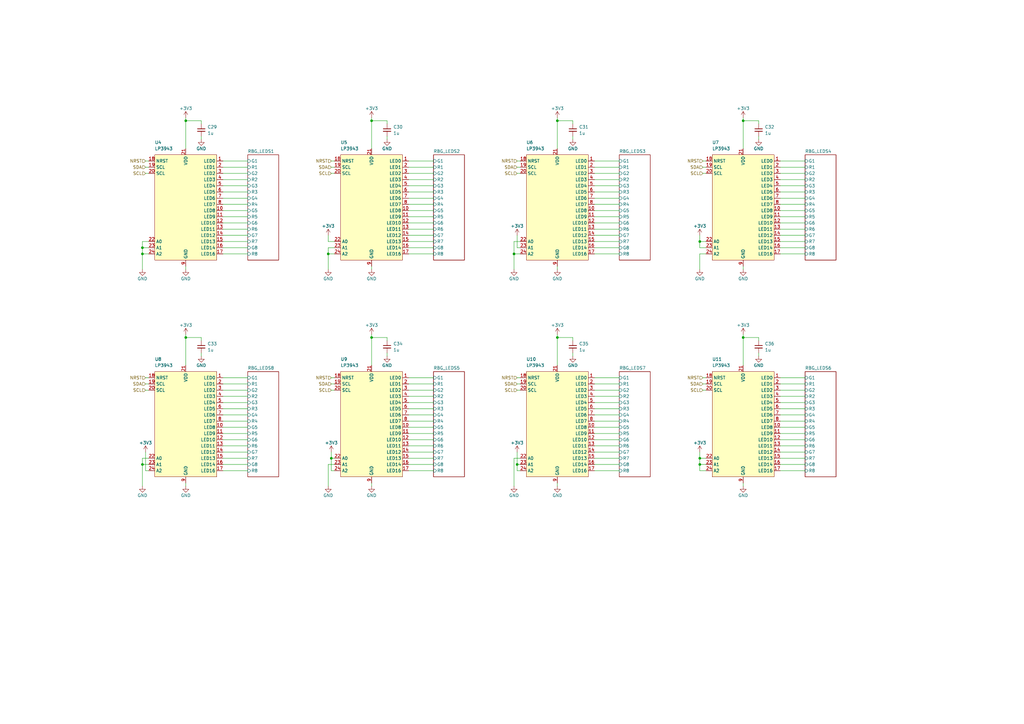
<source format=kicad_sch>
(kicad_sch (version 20230121) (generator eeschema)
  (paper "A3")
  (lib_symbols
    (symbol "Device:C_Small" (pin_numbers hide) (pin_names (offset 0.254) hide)
      (property "Reference" "C" (at 0.254 1.778 0))
      (property "Value" "C_Small" (at 0.254 -2.032 0))
      (symbol "C_Small_0_1"
        (polyline (pts (xy -1.524 -0.508) (xy 1.524 -0.508)) (stroke (width 0.3302)))
        (polyline (pts (xy -1.524 0.508) (xy 1.524 0.508)) (stroke (width 0.3048)))
      )
      (symbol "C_Small_1_1"
        (pin passive line (at 0 2.54 270) (length 2.032) (name "~") (number "1"))
        (pin passive line (at 0 -2.54 90) (length 2.032) (name "~") (number "2"))
      )
    )
    (symbol "Devices:LP3943"
      (property "Reference" "U" (at -8.89 3.81 0))
      (property "Value" "LP3943" (at -8.89 1.27 0))
      (symbol "LP3943_1_1"
        (rectangle (start -12.7 0) (end 12.7 -43.18) (fill (type background)))
        (pin output line (at 15.24 -2.54 180) (length 2.54) (name "LED0") (number "1"))
        (pin output line (at 15.24 -22.86 180) (length 2.54) (name "LED8") (number "10"))
        (pin output line (at 15.24 -25.4 180) (length 2.54) (name "LED9") (number "11"))
        (pin output line (at 15.24 -27.94 180) (length 2.54) (name "LED10") (number "12"))
        (pin output line (at 15.24 -30.48 180) (length 2.54) (name "LED11") (number "13"))
        (pin output line (at 15.24 -33.02 180) (length 2.54) (name "LED12") (number "14"))
        (pin output line (at 15.24 -35.56 180) (length 2.54) (name "LED13") (number "15"))
        (pin output line (at 15.24 -38.1 180) (length 2.54) (name "LED14") (number "16"))
        (pin output line (at 15.24 -40.64 180) (length 2.54) (name "LED16") (number "17"))
        (pin input line (at -15.24 -2.54 0) (length 2.54) (name "NRST") (number "18"))
        (pin input line (at -15.24 -5.08 0) (length 2.54) (name "SCL") (number "19"))
        (pin output line (at 15.24 -5.08 180) (length 2.54) (name "LED1") (number "2"))
        (pin bidirectional line (at -15.24 -7.62 0) (length 2.54) (name "SCL") (number "20"))
        (pin power_in line (at 0 2.54 270) (length 2.54) (name "VDD") (number "21"))
        (pin input line (at -15.24 -35.56 0) (length 2.54) (name "A0") (number "22"))
        (pin input line (at -15.24 -38.1 0) (length 2.54) (name "A1") (number "23"))
        (pin input line (at -15.24 -40.64 0) (length 2.54) (name "A2") (number "24"))
        (pin power_in line (at 0 -45.72 90) (length 2.54) hide (name "GND") (number "25"))
        (pin output line (at 15.24 -7.62 180) (length 2.54) (name "LED2") (number "3"))
        (pin output line (at 15.24 -10.16 180) (length 2.54) (name "LED3") (number "4"))
        (pin output line (at 15.24 -12.7 180) (length 2.54) (name "LED4") (number "5"))
        (pin output line (at 15.24 -15.24 180) (length 2.54) (name "LED5") (number "6"))
        (pin output line (at 15.24 -17.78 180) (length 2.54) (name "LED6") (number "7"))
        (pin output line (at 15.24 -20.32 180) (length 2.54) (name "LED7") (number "8"))
        (pin power_in line (at 0 -45.72 90) (length 2.54) (name "GND") (number "9"))
      )
    )
    (symbol "power:+3V3" (power) (pin_names (offset 0))
      (property "Value" "+3V3" (at 0 3.556 0))
      (symbol "+3V3_0_1"
        (polyline (pts (xy -0.762 1.27) (xy 0 2.54)))
        (polyline (pts (xy 0 0) (xy 0 2.54)))
        (polyline (pts (xy 0 2.54) (xy 0.762 1.27)))
      )
      (symbol "+3V3_1_1"
        (pin power_in line (at 0 0 90) (length 0) hide (name "+3V3") (number "1"))
      )
    )
    (symbol "power:GND" (power) (pin_names (offset 0))
      (property "Value" "GND" (at 0 -3.81 0))
      (symbol "GND_0_1"
        (polyline (pts (xy 0 0) (xy 0 -1.27) (xy 1.27 -1.27) (xy 0 -2.54) (xy -1.27 -1.27) (xy 0 -1.27)))
      )
      (symbol "GND_1_1"
        (pin power_in line (at 0 0 270) (length 0) hide (name "GND") (number "1"))
      )
    )
  )
  (junction (at 304.8 49.53))
  (junction (at 210.82 104.14))
  (junction (at 212.09 190.5))
  (junction (at 152.4 49.53))
  (junction (at 58.42 190.5))
  (junction (at 76.2 49.53))
  (junction (at 287.02 99.06))
  (junction (at 135.89 187.96))
  (junction (at 58.42 101.6))
  (junction (at 134.62 104.14))
  (junction (at 228.6 138.43))
  (junction (at 228.6 49.53))
  (junction (at 76.2 138.43))
  (junction (at 287.02 187.96))
  (junction (at 58.42 104.14))
  (junction (at 304.8 138.43))
  (junction (at 152.4 138.43))
  (junction (at 287.02 190.5))
  (wire (pts (xy 304.8 199.39) (xy 304.8 198.12)))
  (wire (pts (xy 152.4 137.16) (xy 152.4 138.43)))
  (wire (pts (xy 311.15 144.78) (xy 311.15 146.05)))
  (wire (pts (xy 158.75 144.78) (xy 158.75 146.05)))
  (wire (pts (xy 287.02 99.06) (xy 287.02 101.6)))
  (wire (pts (xy 91.44 180.34) (xy 101.6 180.34)))
  (wire (pts (xy 58.42 190.5) (xy 60.96 190.5)))
  (wire (pts (xy 167.64 86.36) (xy 177.8 86.36)))
  (wire (pts (xy 76.2 138.43) (xy 76.2 149.86)))
  (wire (pts (xy 210.82 99.06) (xy 213.36 99.06)))
  (wire (pts (xy 167.64 88.9) (xy 177.8 88.9)))
  (wire (pts (xy 320.04 83.82) (xy 330.2 83.82)))
  (wire (pts (xy 243.84 86.36) (xy 254 86.36)))
  (wire (pts (xy 320.04 96.52) (xy 330.2 96.52)))
  (wire (pts (xy 320.04 66.04) (xy 330.2 66.04)))
  (wire (pts (xy 311.15 49.53) (xy 304.8 49.53)))
  (wire (pts (xy 311.15 138.43) (xy 311.15 139.7)))
  (wire (pts (xy 210.82 104.14) (xy 213.36 104.14)))
  (wire (pts (xy 167.64 96.52) (xy 177.8 96.52)))
  (wire (pts (xy 320.04 76.2) (xy 330.2 76.2)))
  (wire (pts (xy 243.84 71.12) (xy 254 71.12)))
  (wire (pts (xy 287.02 190.5) (xy 289.56 190.5)))
  (wire (pts (xy 228.6 110.49) (xy 228.6 109.22)))
  (wire (pts (xy 167.64 78.74) (xy 177.8 78.74)))
  (wire (pts (xy 58.42 99.06) (xy 60.96 99.06)))
  (wire (pts (xy 91.44 154.94) (xy 101.6 154.94)))
  (wire (pts (xy 82.55 144.78) (xy 82.55 146.05)))
  (wire (pts (xy 304.8 110.49) (xy 304.8 109.22)))
  (wire (pts (xy 167.64 71.12) (xy 177.8 71.12)))
  (wire (pts (xy 243.84 78.74) (xy 254 78.74)))
  (wire (pts (xy 91.44 187.96) (xy 101.6 187.96)))
  (wire (pts (xy 152.4 199.39) (xy 152.4 198.12)))
  (wire (pts (xy 91.44 167.64) (xy 101.6 167.64)))
  (wire (pts (xy 320.04 185.42) (xy 330.2 185.42)))
  (wire (pts (xy 58.42 101.6) (xy 58.42 104.14)))
  (wire (pts (xy 167.64 91.44) (xy 177.8 91.44)))
  (wire (pts (xy 287.02 99.06) (xy 289.56 99.06)))
  (wire (pts (xy 135.89 71.12) (xy 137.16 71.12)))
  (wire (pts (xy 288.29 154.94) (xy 289.56 154.94)))
  (wire (pts (xy 320.04 180.34) (xy 330.2 180.34)))
  (wire (pts (xy 91.44 73.66) (xy 101.6 73.66)))
  (wire (pts (xy 167.64 175.26) (xy 177.8 175.26)))
  (wire (pts (xy 320.04 91.44) (xy 330.2 91.44)))
  (wire (pts (xy 91.44 157.48) (xy 101.6 157.48)))
  (wire (pts (xy 91.44 170.18) (xy 101.6 170.18)))
  (wire (pts (xy 287.02 104.14) (xy 289.56 104.14)))
  (wire (pts (xy 243.84 154.94) (xy 254 154.94)))
  (wire (pts (xy 167.64 76.2) (xy 177.8 76.2)))
  (wire (pts (xy 137.16 190.5) (xy 134.62 190.5)))
  (wire (pts (xy 59.69 71.12) (xy 60.96 71.12)))
  (wire (pts (xy 58.42 190.5) (xy 58.42 199.39)))
  (wire (pts (xy 243.84 76.2) (xy 254 76.2)))
  (wire (pts (xy 213.36 193.04) (xy 212.09 193.04)))
  (wire (pts (xy 320.04 71.12) (xy 330.2 71.12)))
  (wire (pts (xy 167.64 187.96) (xy 177.8 187.96)))
  (wire (pts (xy 91.44 172.72) (xy 101.6 172.72)))
  (wire (pts (xy 234.95 49.53) (xy 234.95 50.8)))
  (wire (pts (xy 210.82 187.96) (xy 213.36 187.96)))
  (wire (pts (xy 228.6 137.16) (xy 228.6 138.43)))
  (wire (pts (xy 58.42 187.96) (xy 60.96 187.96)))
  (wire (pts (xy 311.15 55.88) (xy 311.15 57.15)))
  (wire (pts (xy 287.02 187.96) (xy 289.56 187.96)))
  (wire (pts (xy 167.64 83.82) (xy 177.8 83.82)))
  (wire (pts (xy 289.56 193.04) (xy 287.02 193.04)))
  (wire (pts (xy 320.04 187.96) (xy 330.2 187.96)))
  (wire (pts (xy 91.44 81.28) (xy 101.6 81.28)))
  (wire (pts (xy 91.44 96.52) (xy 101.6 96.52)))
  (wire (pts (xy 158.75 49.53) (xy 158.75 50.8)))
  (wire (pts (xy 158.75 49.53) (xy 152.4 49.53)))
  (wire (pts (xy 287.02 187.96) (xy 287.02 190.5)))
  (wire (pts (xy 243.84 182.88) (xy 254 182.88)))
  (wire (pts (xy 320.04 172.72) (xy 330.2 172.72)))
  (wire (pts (xy 76.2 137.16) (xy 76.2 138.43)))
  (wire (pts (xy 243.84 187.96) (xy 254 187.96)))
  (wire (pts (xy 135.89 185.42) (xy 135.89 187.96)))
  (wire (pts (xy 243.84 68.58) (xy 254 68.58)))
  (wire (pts (xy 91.44 83.82) (xy 101.6 83.82)))
  (wire (pts (xy 243.84 93.98) (xy 254 93.98)))
  (wire (pts (xy 167.64 101.6) (xy 177.8 101.6)))
  (wire (pts (xy 76.2 48.26) (xy 76.2 49.53)))
  (wire (pts (xy 243.84 190.5) (xy 254 190.5)))
  (wire (pts (xy 234.95 49.53) (xy 228.6 49.53)))
  (wire (pts (xy 91.44 68.58) (xy 101.6 68.58)))
  (wire (pts (xy 320.04 167.64) (xy 330.2 167.64)))
  (wire (pts (xy 58.42 99.06) (xy 58.42 101.6)))
  (wire (pts (xy 91.44 93.98) (xy 101.6 93.98)))
  (wire (pts (xy 152.4 138.43) (xy 152.4 149.86)))
  (wire (pts (xy 91.44 78.74) (xy 101.6 78.74)))
  (wire (pts (xy 167.64 193.04) (xy 177.8 193.04)))
  (wire (pts (xy 228.6 48.26) (xy 228.6 49.53)))
  (wire (pts (xy 234.95 138.43) (xy 228.6 138.43)))
  (wire (pts (xy 59.69 66.04) (xy 60.96 66.04)))
  (wire (pts (xy 76.2 199.39) (xy 76.2 198.12)))
  (wire (pts (xy 243.84 167.64) (xy 254 167.64)))
  (wire (pts (xy 91.44 76.2) (xy 101.6 76.2)))
  (wire (pts (xy 82.55 49.53) (xy 82.55 50.8)))
  (wire (pts (xy 228.6 199.39) (xy 228.6 198.12)))
  (wire (pts (xy 304.8 49.53) (xy 304.8 60.96)))
  (wire (pts (xy 243.84 66.04) (xy 254 66.04)))
  (wire (pts (xy 243.84 157.48) (xy 254 157.48)))
  (wire (pts (xy 212.09 157.48) (xy 213.36 157.48)))
  (wire (pts (xy 137.16 101.6) (xy 134.62 101.6)))
  (wire (pts (xy 167.64 104.14) (xy 177.8 104.14)))
  (wire (pts (xy 243.84 165.1) (xy 254 165.1)))
  (wire (pts (xy 212.09 71.12) (xy 213.36 71.12)))
  (wire (pts (xy 167.64 170.18) (xy 177.8 170.18)))
  (wire (pts (xy 167.64 180.34) (xy 177.8 180.34)))
  (wire (pts (xy 59.69 154.94) (xy 60.96 154.94)))
  (wire (pts (xy 137.16 193.04) (xy 135.89 193.04)))
  (wire (pts (xy 210.82 187.96) (xy 210.82 199.39)))
  (wire (pts (xy 91.44 185.42) (xy 101.6 185.42)))
  (wire (pts (xy 320.04 154.94) (xy 330.2 154.94)))
  (wire (pts (xy 134.62 190.5) (xy 134.62 199.39)))
  (wire (pts (xy 82.55 49.53) (xy 76.2 49.53)))
  (wire (pts (xy 212.09 190.5) (xy 213.36 190.5)))
  (wire (pts (xy 167.64 185.42) (xy 177.8 185.42)))
  (wire (pts (xy 91.44 104.14) (xy 101.6 104.14)))
  (wire (pts (xy 320.04 104.14) (xy 330.2 104.14)))
  (wire (pts (xy 134.62 101.6) (xy 134.62 104.14)))
  (wire (pts (xy 82.55 138.43) (xy 82.55 139.7)))
  (wire (pts (xy 287.02 96.52) (xy 287.02 99.06)))
  (wire (pts (xy 228.6 138.43) (xy 228.6 149.86)))
  (wire (pts (xy 243.84 96.52) (xy 254 96.52)))
  (wire (pts (xy 59.69 68.58) (xy 60.96 68.58)))
  (wire (pts (xy 91.44 177.8) (xy 101.6 177.8)))
  (wire (pts (xy 234.95 138.43) (xy 234.95 139.7)))
  (wire (pts (xy 91.44 175.26) (xy 101.6 175.26)))
  (wire (pts (xy 320.04 170.18) (xy 330.2 170.18)))
  (wire (pts (xy 135.89 157.48) (xy 137.16 157.48)))
  (wire (pts (xy 134.62 96.52) (xy 134.62 99.06)))
  (wire (pts (xy 212.09 154.94) (xy 213.36 154.94)))
  (wire (pts (xy 234.95 144.78) (xy 234.95 146.05)))
  (wire (pts (xy 91.44 190.5) (xy 101.6 190.5)))
  (wire (pts (xy 58.42 187.96) (xy 58.42 190.5)))
  (wire (pts (xy 320.04 73.66) (xy 330.2 73.66)))
  (wire (pts (xy 152.4 48.26) (xy 152.4 49.53)))
  (wire (pts (xy 243.84 104.14) (xy 254 104.14)))
  (wire (pts (xy 243.84 172.72) (xy 254 172.72)))
  (wire (pts (xy 243.84 175.26) (xy 254 175.26)))
  (wire (pts (xy 167.64 177.8) (xy 177.8 177.8)))
  (wire (pts (xy 152.4 49.53) (xy 152.4 60.96)))
  (wire (pts (xy 228.6 49.53) (xy 228.6 60.96)))
  (wire (pts (xy 91.44 165.1) (xy 101.6 165.1)))
  (wire (pts (xy 167.64 172.72) (xy 177.8 172.72)))
  (wire (pts (xy 60.96 193.04) (xy 59.69 193.04)))
  (wire (pts (xy 212.09 68.58) (xy 213.36 68.58)))
  (wire (pts (xy 287.02 190.5) (xy 287.02 193.04)))
  (wire (pts (xy 58.42 104.14) (xy 60.96 104.14)))
  (wire (pts (xy 320.04 165.1) (xy 330.2 165.1)))
  (wire (pts (xy 212.09 66.04) (xy 213.36 66.04)))
  (wire (pts (xy 288.29 66.04) (xy 289.56 66.04)))
  (wire (pts (xy 243.84 160.02) (xy 254 160.02)))
  (wire (pts (xy 212.09 160.02) (xy 213.36 160.02)))
  (wire (pts (xy 82.55 55.88) (xy 82.55 57.15)))
  (wire (pts (xy 158.75 138.43) (xy 158.75 139.7)))
  (wire (pts (xy 320.04 78.74) (xy 330.2 78.74)))
  (wire (pts (xy 287.02 101.6) (xy 289.56 101.6)))
  (wire (pts (xy 135.89 66.04) (xy 137.16 66.04)))
  (wire (pts (xy 288.29 68.58) (xy 289.56 68.58)))
  (wire (pts (xy 243.84 193.04) (xy 254 193.04)))
  (wire (pts (xy 167.64 99.06) (xy 177.8 99.06)))
  (wire (pts (xy 320.04 88.9) (xy 330.2 88.9)))
  (wire (pts (xy 304.8 138.43) (xy 304.8 149.86)))
  (wire (pts (xy 210.82 99.06) (xy 210.82 104.14)))
  (wire (pts (xy 135.89 154.94) (xy 137.16 154.94)))
  (wire (pts (xy 288.29 160.02) (xy 289.56 160.02)))
  (wire (pts (xy 320.04 182.88) (xy 330.2 182.88)))
  (wire (pts (xy 212.09 185.42) (xy 212.09 190.5)))
  (wire (pts (xy 320.04 81.28) (xy 330.2 81.28)))
  (wire (pts (xy 167.64 167.64) (xy 177.8 167.64)))
  (wire (pts (xy 243.84 162.56) (xy 254 162.56)))
  (wire (pts (xy 167.64 157.48) (xy 177.8 157.48)))
  (wire (pts (xy 91.44 193.04) (xy 101.6 193.04)))
  (wire (pts (xy 243.84 101.6) (xy 254 101.6)))
  (wire (pts (xy 167.64 160.02) (xy 177.8 160.02)))
  (wire (pts (xy 135.89 68.58) (xy 137.16 68.58)))
  (wire (pts (xy 320.04 99.06) (xy 330.2 99.06)))
  (wire (pts (xy 76.2 110.49) (xy 76.2 109.22)))
  (wire (pts (xy 320.04 175.26) (xy 330.2 175.26)))
  (wire (pts (xy 167.64 190.5) (xy 177.8 190.5)))
  (wire (pts (xy 167.64 165.1) (xy 177.8 165.1)))
  (wire (pts (xy 134.62 104.14) (xy 134.62 110.49)))
  (wire (pts (xy 158.75 138.43) (xy 152.4 138.43)))
  (wire (pts (xy 320.04 190.5) (xy 330.2 190.5)))
  (wire (pts (xy 234.95 55.88) (xy 234.95 57.15)))
  (wire (pts (xy 311.15 138.43) (xy 304.8 138.43)))
  (wire (pts (xy 243.84 180.34) (xy 254 180.34)))
  (wire (pts (xy 320.04 101.6) (xy 330.2 101.6)))
  (wire (pts (xy 58.42 104.14) (xy 58.42 110.49)))
  (wire (pts (xy 135.89 160.02) (xy 137.16 160.02)))
  (wire (pts (xy 59.69 160.02) (xy 60.96 160.02)))
  (wire (pts (xy 58.42 101.6) (xy 60.96 101.6)))
  (wire (pts (xy 91.44 91.44) (xy 101.6 91.44)))
  (wire (pts (xy 167.64 66.04) (xy 177.8 66.04)))
  (wire (pts (xy 311.15 49.53) (xy 311.15 50.8)))
  (wire (pts (xy 243.84 83.82) (xy 254 83.82)))
  (wire (pts (xy 167.64 81.28) (xy 177.8 81.28)))
  (wire (pts (xy 320.04 68.58) (xy 330.2 68.58)))
  (wire (pts (xy 91.44 86.36) (xy 101.6 86.36)))
  (wire (pts (xy 91.44 182.88) (xy 101.6 182.88)))
  (wire (pts (xy 243.84 177.8) (xy 254 177.8)))
  (wire (pts (xy 320.04 93.98) (xy 330.2 93.98)))
  (wire (pts (xy 167.64 154.94) (xy 177.8 154.94)))
  (wire (pts (xy 320.04 193.04) (xy 330.2 193.04)))
  (wire (pts (xy 287.02 104.14) (xy 287.02 110.49)))
  (wire (pts (xy 243.84 170.18) (xy 254 170.18)))
  (wire (pts (xy 212.09 101.6) (xy 213.36 101.6)))
  (wire (pts (xy 243.84 185.42) (xy 254 185.42)))
  (wire (pts (xy 91.44 101.6) (xy 101.6 101.6)))
  (wire (pts (xy 212.09 96.52) (xy 212.09 101.6)))
  (wire (pts (xy 91.44 162.56) (xy 101.6 162.56)))
  (wire (pts (xy 91.44 71.12) (xy 101.6 71.12)))
  (wire (pts (xy 320.04 162.56) (xy 330.2 162.56)))
  (wire (pts (xy 135.89 187.96) (xy 135.89 193.04)))
  (wire (pts (xy 288.29 157.48) (xy 289.56 157.48)))
  (wire (pts (xy 212.09 190.5) (xy 212.09 193.04)))
  (wire (pts (xy 167.64 68.58) (xy 177.8 68.58)))
  (wire (pts (xy 91.44 88.9) (xy 101.6 88.9)))
  (wire (pts (xy 167.64 182.88) (xy 177.8 182.88)))
  (wire (pts (xy 243.84 91.44) (xy 254 91.44)))
  (wire (pts (xy 320.04 160.02) (xy 330.2 160.02)))
  (wire (pts (xy 152.4 110.49) (xy 152.4 109.22)))
  (wire (pts (xy 137.16 99.06) (xy 134.62 99.06)))
  (wire (pts (xy 59.69 185.42) (xy 59.69 193.04)))
  (wire (pts (xy 59.69 157.48) (xy 60.96 157.48)))
  (wire (pts (xy 243.84 81.28) (xy 254 81.28)))
  (wire (pts (xy 134.62 104.14) (xy 137.16 104.14)))
  (wire (pts (xy 167.64 162.56) (xy 177.8 162.56)))
  (wire (pts (xy 304.8 137.16) (xy 304.8 138.43)))
  (wire (pts (xy 91.44 99.06) (xy 101.6 99.06)))
  (wire (pts (xy 91.44 66.04) (xy 101.6 66.04)))
  (wire (pts (xy 167.64 93.98) (xy 177.8 93.98)))
  (wire (pts (xy 91.44 160.02) (xy 101.6 160.02)))
  (wire (pts (xy 243.84 99.06) (xy 254 99.06)))
  (wire (pts (xy 76.2 49.53) (xy 76.2 60.96)))
  (wire (pts (xy 137.16 187.96) (xy 135.89 187.96)))
  (wire (pts (xy 304.8 48.26) (xy 304.8 49.53)))
  (wire (pts (xy 320.04 157.48) (xy 330.2 157.48)))
  (wire (pts (xy 320.04 86.36) (xy 330.2 86.36)))
  (wire (pts (xy 288.29 71.12) (xy 289.56 71.12)))
  (wire (pts (xy 82.55 138.43) (xy 76.2 138.43)))
  (wire (pts (xy 158.75 55.88) (xy 158.75 57.15)))
  (wire (pts (xy 210.82 104.14) (xy 210.82 110.49)))
  (wire (pts (xy 167.64 73.66) (xy 177.8 73.66)))
  (wire (pts (xy 243.84 88.9) (xy 254 88.9)))
  (wire (pts (xy 287.02 185.42) (xy 287.02 187.96)))
  (wire (pts (xy 320.04 177.8) (xy 330.2 177.8)))
  (wire (pts (xy 243.84 73.66) (xy 254 73.66)))
  (hierarchical_label "NRST" (shape input) (at 59.69 154.94 180))
  (hierarchical_label "NRST" (shape input) (at 212.09 154.94 180))
  (hierarchical_label "NRST" (shape input) (at 59.69 66.04 180))
  (hierarchical_label "SCL" (shape input) (at 59.69 71.12 180))
  (hierarchical_label "NRST" (shape input) (at 288.29 66.04 180))
  (hierarchical_label "SCL" (shape input) (at 288.29 160.02 180))
  (hierarchical_label "NRST" (shape input) (at 212.09 66.04 180))
  (hierarchical_label "SCL" (shape input) (at 212.09 71.12 180))
  (hierarchical_label "NRST" (shape input) (at 135.89 154.94 180))
  (hierarchical_label "SCL" (shape input) (at 135.89 160.02 180))
  (hierarchical_label "SDA" (shape input) (at 59.69 157.48 180))
  (hierarchical_label "SDA" (shape input) (at 135.89 157.48 180))
  (hierarchical_label "SCL" (shape input) (at 59.69 160.02 180))
  (hierarchical_label "NRST" (shape input) (at 135.89 66.04 180))
  (hierarchical_label "SDA" (shape input) (at 288.29 68.58 180))
  (hierarchical_label "SDA" (shape input) (at 135.89 68.58 180))
  (hierarchical_label "SCL" (shape input) (at 135.89 71.12 180))
  (hierarchical_label "SDA" (shape input) (at 212.09 68.58 180))
  (hierarchical_label "SDA" (shape input) (at 212.09 157.48 180))
  (hierarchical_label "SCL" (shape input) (at 288.29 71.12 180))
  (hierarchical_label "SDA" (shape input) (at 59.69 68.58 180))
  (hierarchical_label "SCL" (shape input) (at 212.09 160.02 180))
  (hierarchical_label "SDA" (shape input) (at 288.29 157.48 180))
  (hierarchical_label "NRST" (shape input) (at 288.29 154.94 180))
  (symbol (lib_id "power:GND") (at 82.55 57.15 0) (unit 1)
    (property "Reference" "#PWR098" (effects hide))
    (property "Value" "GND" (at 82.55 60.96 0))
  )
  (symbol (lib_id "power:+3V3") (at 135.89 185.42 0) (unit 1)
    (property "Reference" "#PWR0122" (effects hide))
    (property "Value" "+3V3" (at 135.89 181.61 0))
  )
  (symbol (lib_id "Devices:LP3943") (at 76.2 152.4 0) (unit 1)
    (property "Reference" "U8" (at 63.5 147.32 0) (effects (justify left)))
    (property "Value" "LP3943" (at 63.5 149.86 0) (effects (justify left)))
    (property "Footprint" "Package_DFN_QFN:WQFN-24-1EP_4x4mm_P0.5mm_EP2.45x2.45mm_ThermalVias" (effects hide))
    (property "Datasheet" "https://www.ti.com/lit/ds/symlink/lp3943.pdf?ts=1722292009013" (effects hide))
  )
  (symbol (lib_id "power:GND") (at 134.62 110.49 0) (unit 1)
    (property "Reference" "#PWR0107" (effects hide))
    (property "Value" "GND" (at 134.62 114.3 0))
  )
  (symbol (lib_id "Devices:LP3943") (at 76.2 63.5 0) (unit 1)
    (property "Reference" "U4" (at 63.5 58.42 0) (effects (justify left)))
    (property "Value" "LP3943" (at 63.5 60.96 0) (effects (justify left)))
    (property "Footprint" "Package_DFN_QFN:WQFN-24-1EP_4x4mm_P0.5mm_EP2.45x2.45mm_ThermalVias" (effects hide))
    (property "Datasheet" "https://www.ti.com/lit/ds/symlink/lp3943.pdf?ts=1722292009013" (effects hide))
  )
  (symbol (lib_id "Device:C_Small") (at 234.95 53.34 0) (unit 1)
    (property "Reference" "C31" (at 237.49 52.0763 0) (effects (justify left)))
    (property "Value" "1u" (at 237.49 54.6163 0) (effects (justify left)))
    (property "Footprint" "Capacitor_SMD:C_1206_3216Metric_Pad1.33x1.80mm_HandSolder" (effects hide))
  )
  (symbol (lib_id "power:GND") (at 152.4 110.49 0) (unit 1)
    (property "Reference" "#PWR0108" (effects hide))
    (property "Value" "GND" (at 152.4 114.3 0))
  )
  (symbol (lib_id "Devices:LP3943") (at 304.8 63.5 0) (unit 1)
    (property "Reference" "U7" (at 292.1 58.42 0) (effects (justify left)))
    (property "Value" "LP3943" (at 292.1 60.96 0) (effects (justify left)))
    (property "Footprint" "Package_DFN_QFN:WQFN-24-1EP_4x4mm_P0.5mm_EP2.45x2.45mm_ThermalVias" (effects hide))
    (property "Datasheet" "https://www.ti.com/lit/ds/symlink/lp3943.pdf?ts=1722292009013" (effects hide))
  )
  (symbol (lib_id "power:+3V3") (at 287.02 185.42 0) (unit 1)
    (property "Reference" "#PWR0124" (effects hide))
    (property "Value" "+3V3" (at 287.02 181.61 0))
  )
  (symbol (lib_id "power:GND") (at 210.82 199.39 0) (unit 1)
    (property "Reference" "#PWR0129" (effects hide))
    (property "Value" "GND" (at 210.82 203.2 0))
  )
  (symbol (lib_id "power:GND") (at 58.42 110.49 0) (unit 1)
    (property "Reference" "#PWR0105" (effects hide))
    (property "Value" "GND" (at 58.42 114.3 0))
  )
  (symbol (lib_id "power:GND") (at 76.2 199.39 0) (unit 1)
    (property "Reference" "#PWR0126" (effects hide))
    (property "Value" "GND" (at 76.2 203.2 0))
  )
  (symbol (lib_id "power:+3V3") (at 76.2 48.26 0) (unit 1)
    (property "Reference" "#PWR094" (effects hide))
    (property "Value" "+3V3" (at 76.2 44.45 0))
  )
  (symbol (lib_id "power:GND") (at 228.6 199.39 0) (unit 1)
    (property "Reference" "#PWR0130" (effects hide))
    (property "Value" "GND" (at 228.6 203.2 0))
  )
  (symbol (lib_id "power:+3V3") (at 152.4 137.16 0) (unit 1)
    (property "Reference" "#PWR0114" (effects hide))
    (property "Value" "+3V3" (at 152.4 133.35 0))
  )
  (symbol (lib_id "Device:C_Small") (at 311.15 53.34 0) (unit 1)
    (property "Reference" "C32" (at 313.69 52.0763 0) (effects (justify left)))
    (property "Value" "1u" (at 313.69 54.6163 0) (effects (justify left)))
    (property "Footprint" "Capacitor_SMD:C_1206_3216Metric_Pad1.33x1.80mm_HandSolder" (effects hide))
  )
  (symbol (lib_id "power:GND") (at 234.95 146.05 0) (unit 1)
    (property "Reference" "#PWR0119" (effects hide))
    (property "Value" "GND" (at 234.95 149.86 0))
  )
  (symbol (lib_id "power:+3V3") (at 59.69 185.42 0) (unit 1)
    (property "Reference" "#PWR0121" (effects hide))
    (property "Value" "+3V3" (at 59.69 181.61 0))
  )
  (symbol (lib_id "power:+3V3") (at 287.02 96.52 0) (unit 1)
    (property "Reference" "#PWR0104" (effects hide))
    (property "Value" "+3V3" (at 287.02 92.71 0))
  )
  (symbol (lib_id "Devices:LP3943") (at 152.4 63.5 0) (unit 1)
    (property "Reference" "U5" (at 139.7 58.42 0) (effects (justify left)))
    (property "Value" "LP3943" (at 139.7 60.96 0) (effects (justify left)))
    (property "Footprint" "Package_DFN_QFN:WQFN-24-1EP_4x4mm_P0.5mm_EP2.45x2.45mm_ThermalVias" (effects hide))
    (property "Datasheet" "https://www.ti.com/lit/ds/symlink/lp3943.pdf?ts=1722292009013" (effects hide))
  )
  (symbol (lib_id "Device:C_Small") (at 311.15 142.24 0) (unit 1)
    (property "Reference" "C36" (at 313.69 140.9763 0) (effects (justify left)))
    (property "Value" "1u" (at 313.69 143.5163 0) (effects (justify left)))
    (property "Footprint" "Capacitor_SMD:C_1206_3216Metric_Pad1.33x1.80mm_HandSolder" (effects hide))
  )
  (symbol (lib_id "power:+3V3") (at 212.09 96.52 0) (unit 1)
    (property "Reference" "#PWR0103" (effects hide))
    (property "Value" "+3V3" (at 212.09 92.71 0))
  )
  (symbol (lib_id "power:GND") (at 158.75 146.05 0) (unit 1)
    (property "Reference" "#PWR0118" (effects hide))
    (property "Value" "GND" (at 158.75 149.86 0))
  )
  (symbol (lib_id "power:GND") (at 152.4 199.39 0) (unit 1)
    (property "Reference" "#PWR0128" (effects hide))
    (property "Value" "GND" (at 152.4 203.2 0))
  )
  (symbol (lib_id "power:GND") (at 134.62 199.39 0) (unit 1)
    (property "Reference" "#PWR0127" (effects hide))
    (property "Value" "GND" (at 134.62 203.2 0))
  )
  (symbol (lib_id "power:GND") (at 158.75 57.15 0) (unit 1)
    (property "Reference" "#PWR099" (effects hide))
    (property "Value" "GND" (at 158.75 60.96 0))
  )
  (symbol (lib_id "power:+3V3") (at 152.4 48.26 0) (unit 1)
    (property "Reference" "#PWR095" (effects hide))
    (property "Value" "+3V3" (at 152.4 44.45 0))
  )
  (symbol (lib_id "power:+3V3") (at 228.6 48.26 0) (unit 1)
    (property "Reference" "#PWR096" (effects hide))
    (property "Value" "+3V3" (at 228.6 44.45 0))
  )
  (symbol (lib_id "power:+3V3") (at 228.6 137.16 0) (unit 1)
    (property "Reference" "#PWR0115" (effects hide))
    (property "Value" "+3V3" (at 228.6 133.35 0))
  )
  (symbol (lib_id "Device:C_Small") (at 82.55 142.24 0) (unit 1)
    (property "Reference" "C33" (at 85.09 140.9763 0) (effects (justify left)))
    (property "Value" "1u" (at 85.09 143.5163 0) (effects (justify left)))
    (property "Footprint" "Capacitor_SMD:C_1206_3216Metric_Pad1.33x1.80mm_HandSolder" (effects hide))
  )
  (symbol (lib_id "power:GND") (at 304.8 110.49 0) (unit 1)
    (property "Reference" "#PWR0112" (effects hide))
    (property "Value" "GND" (at 304.8 114.3 0))
  )
  (symbol (lib_id "Devices:LP3943") (at 304.8 152.4 0) (unit 1)
    (property "Reference" "U11" (at 292.1 147.32 0) (effects (justify left)))
    (property "Value" "LP3943" (at 292.1 149.86 0) (effects (justify left)))
    (property "Footprint" "Package_DFN_QFN:WQFN-24-1EP_4x4mm_P0.5mm_EP2.45x2.45mm_ThermalVias" (effects hide))
    (property "Datasheet" "https://www.ti.com/lit/ds/symlink/lp3943.pdf?ts=1722292009013" (effects hide))
  )
  (symbol (lib_id "power:+3V3") (at 134.62 96.52 0) (unit 1)
    (property "Reference" "#PWR0102" (effects hide))
    (property "Value" "+3V3" (at 134.62 92.71 0))
  )
  (symbol (lib_id "power:+3V3") (at 212.09 185.42 0) (unit 1)
    (property "Reference" "#PWR0123" (effects hide))
    (property "Value" "+3V3" (at 212.09 181.61 0))
  )
  (symbol (lib_id "power:GND") (at 82.55 146.05 0) (unit 1)
    (property "Reference" "#PWR0117" (effects hide))
    (property "Value" "GND" (at 82.55 149.86 0))
  )
  (symbol (lib_id "power:GND") (at 287.02 110.49 0) (unit 1)
    (property "Reference" "#PWR0111" (effects hide))
    (property "Value" "GND" (at 287.02 114.3 0))
  )
  (symbol (lib_id "Device:C_Small") (at 234.95 142.24 0) (unit 1)
    (property "Reference" "C35" (at 237.49 140.9763 0) (effects (justify left)))
    (property "Value" "1u" (at 237.49 143.5163 0) (effects (justify left)))
    (property "Footprint" "Capacitor_SMD:C_1206_3216Metric_Pad1.33x1.80mm_HandSolder" (effects hide))
  )
  (symbol (lib_id "power:GND") (at 76.2 110.49 0) (unit 1)
    (property "Reference" "#PWR0106" (effects hide))
    (property "Value" "GND" (at 76.2 114.3 0))
  )
  (symbol (lib_id "power:+3V3") (at 304.8 48.26 0) (unit 1)
    (property "Reference" "#PWR097" (effects hide))
    (property "Value" "+3V3" (at 304.8 44.45 0))
  )
  (symbol (lib_id "power:GND") (at 311.15 146.05 0) (unit 1)
    (property "Reference" "#PWR0120" (effects hide))
    (property "Value" "GND" (at 311.15 149.86 0))
  )
  (symbol (lib_id "Devices:LP3943") (at 228.6 63.5 0) (unit 1)
    (property "Reference" "U6" (at 215.9 58.42 0) (effects (justify left)))
    (property "Value" "LP3943" (at 215.9 60.96 0) (effects (justify left)))
    (property "Footprint" "Package_DFN_QFN:WQFN-24-1EP_4x4mm_P0.5mm_EP2.45x2.45mm_ThermalVias" (effects hide))
    (property "Datasheet" "https://www.ti.com/lit/ds/symlink/lp3943.pdf?ts=1722292009013" (effects hide))
  )
  (symbol (lib_id "power:GND") (at 311.15 57.15 0) (unit 1)
    (property "Reference" "#PWR0101" (effects hide))
    (property "Value" "GND" (at 311.15 60.96 0))
  )
  (symbol (lib_id "Device:C_Small") (at 82.55 53.34 0) (unit 1)
    (property "Reference" "C29" (at 85.09 52.0763 0) (effects (justify left)))
    (property "Value" "1u" (at 85.09 54.6163 0) (effects (justify left)))
    (property "Footprint" "Capacitor_SMD:C_1206_3216Metric_Pad1.33x1.80mm_HandSolder" (effects hide))
  )
  (symbol (lib_id "power:+3V3") (at 76.2 137.16 0) (unit 1)
    (property "Reference" "#PWR0113" (effects hide))
    (property "Value" "+3V3" (at 76.2 133.35 0))
  )
  (symbol (lib_id "power:GND") (at 234.95 57.15 0) (unit 1)
    (property "Reference" "#PWR0100" (effects hide))
    (property "Value" "GND" (at 234.95 60.96 0))
  )
  (symbol (lib_id "Device:C_Small") (at 158.75 53.34 0) (unit 1)
    (property "Reference" "C30" (at 161.29 52.0763 0) (effects (justify left)))
    (property "Value" "1u" (at 161.29 54.6163 0) (effects (justify left)))
    (property "Footprint" "Capacitor_SMD:C_1206_3216Metric_Pad1.33x1.80mm_HandSolder" (effects hide))
  )
  (symbol (lib_id "Device:C_Small") (at 158.75 142.24 0) (unit 1)
    (property "Reference" "C34" (at 161.29 140.9763 0) (effects (justify left)))
    (property "Value" "1u" (at 161.29 143.5163 0) (effects (justify left)))
    (property "Footprint" "Capacitor_SMD:C_1206_3216Metric_Pad1.33x1.80mm_HandSolder" (effects hide))
  )
  (symbol (lib_id "power:GND") (at 58.42 199.39 0) (unit 1)
    (property "Reference" "#PWR0125" (effects hide))
    (property "Value" "GND" (at 58.42 203.2 0))
  )
  (symbol (lib_id "power:GND") (at 304.8 199.39 0) (unit 1)
    (property "Reference" "#PWR0131" (effects hide))
    (property "Value" "GND" (at 304.8 203.2 0))
  )
  (symbol (lib_id "power:GND") (at 210.82 110.49 0) (unit 1)
    (property "Reference" "#PWR0109" (effects hide))
    (property "Value" "GND" (at 210.82 114.3 0))
  )
  (symbol (lib_id "power:GND") (at 228.6 110.49 0) (unit 1)
    (property "Reference" "#PWR0110" (effects hide))
    (property "Value" "GND" (at 228.6 114.3 0))
  )
  (symbol (lib_id "Devices:LP3943") (at 152.4 152.4 0) (unit 1)
    (property "Reference" "U9" (at 139.7 147.32 0) (effects (justify left)))
    (property "Value" "LP3943" (at 139.7 149.86 0) (effects (justify left)))
    (property "Footprint" "Package_DFN_QFN:WQFN-24-1EP_4x4mm_P0.5mm_EP2.45x2.45mm_ThermalVias" (effects hide))
    (property "Datasheet" "https://www.ti.com/lit/ds/symlink/lp3943.pdf?ts=1722292009013" (effects hide))
  )
  (symbol (lib_id "power:+3V3") (at 304.8 137.16 0) (unit 1)
    (property "Reference" "#PWR0116" (effects hide))
    (property "Value" "+3V3" (at 304.8 133.35 0))
  )
  (symbol (lib_id "Devices:LP3943") (at 228.6 152.4 0) (unit 1)
    (property "Reference" "U10" (at 215.9 147.32 0) (effects (justify left)))
    (property "Value" "LP3943" (at 215.9 149.86 0) (effects (justify left)))
    (property "Footprint" "Package_DFN_QFN:WQFN-24-1EP_4x4mm_P0.5mm_EP2.45x2.45mm_ThermalVias" (effects hide))
    (property "Datasheet" "https://www.ti.com/lit/ds/symlink/lp3943.pdf?ts=1722292009013" (effects hide))
  )
  (sheet (at 101.6 63.5) (size 12.7 43.18) (stroke (width 0.1524))
    (property "Sheetname" "RBG_LEDS1" (at 101.6 62.7884 0) (effects (justify left bottom)))
    (property "Sheetfile" "rgb_leds1.kicad_sch" (effects hide))
    (pin "R1" input (at 101.6 68.58 180))
    (pin "G1" input (at 101.6 66.04 180))
    (pin "R6" input (at 101.6 93.98 180))
    (pin "G6" input (at 101.6 91.44 180))
    (pin "R2" input (at 101.6 73.66 180))
    (pin "G2" input (at 101.6 71.12 180))
    (pin "G5" input (at 101.6 86.36 180))
    (pin "R5" input (at 101.6 88.9 180))
    (pin "R7" input (at 101.6 99.06 180))
    (pin "G7" input (at 101.6 96.52 180))
    (pin "G8" input (at 101.6 101.6 180))
    (pin "R8" input (at 101.6 104.14 180))
    (pin "G4" input (at 101.6 81.28 180))
    (pin "R4" input (at 101.6 83.82 180))
    (pin "G3" input (at 101.6 76.2 180))
    (pin "R3" input (at 101.6 78.74 180))
  )
  (sheet (at 177.8 63.5) (size 12.7 43.18) (stroke (width 0.1524))
    (property "Sheetname" "RBG_LEDS2" (at 177.8 62.7884 0) (effects (justify left bottom)))
    (property "Sheetfile" "rgb_leds1.kicad_sch" (effects hide))
    (pin "R1" input (at 177.8 68.58 180))
    (pin "G1" input (at 177.8 66.04 180))
    (pin "R6" input (at 177.8 93.98 180))
    (pin "G6" input (at 177.8 91.44 180))
    (pin "R2" input (at 177.8 73.66 180))
    (pin "G2" input (at 177.8 71.12 180))
    (pin "G5" input (at 177.8 86.36 180))
    (pin "R5" input (at 177.8 88.9 180))
    (pin "R7" input (at 177.8 99.06 180))
    (pin "G7" input (at 177.8 96.52 180))
    (pin "G8" input (at 177.8 101.6 180))
    (pin "R8" input (at 177.8 104.14 180))
    (pin "G4" input (at 177.8 81.28 180))
    (pin "R4" input (at 177.8 83.82 180))
    (pin "G3" input (at 177.8 76.2 180))
    (pin "R3" input (at 177.8 78.74 180))
  )
  (sheet (at 177.8 152.4) (size 12.7 43.18) (stroke (width 0.1524))
    (property "Sheetname" "RBG_LEDS5" (at 177.8 151.6884 0) (effects (justify left bottom)))
    (property "Sheetfile" "rgb_leds1.kicad_sch" (effects hide))
    (pin "R1" input (at 177.8 157.48 180))
    (pin "G1" input (at 177.8 154.94 180))
    (pin "R6" input (at 177.8 182.88 180))
    (pin "G6" input (at 177.8 180.34 180))
    (pin "R2" input (at 177.8 162.56 180))
    (pin "G2" input (at 177.8 160.02 180))
    (pin "G5" input (at 177.8 175.26 180))
    (pin "R5" input (at 177.8 177.8 180))
    (pin "R7" input (at 177.8 187.96 180))
    (pin "G7" input (at 177.8 185.42 180))
    (pin "G8" input (at 177.8 190.5 180))
    (pin "R8" input (at 177.8 193.04 180))
    (pin "G4" input (at 177.8 170.18 180))
    (pin "R4" input (at 177.8 172.72 180))
    (pin "G3" input (at 177.8 165.1 180))
    (pin "R3" input (at 177.8 167.64 180))
  )
  (sheet (at 254 152.4) (size 12.7 43.18) (stroke (width 0.1524))
    (property "Sheetname" "RBG_LEDS7" (at 254 151.6884 0) (effects (justify left bottom)))
    (property "Sheetfile" "rgb_leds1.kicad_sch" (effects hide))
    (pin "R1" input (at 254 157.48 180))
    (pin "G1" input (at 254 154.94 180))
    (pin "R6" input (at 254 182.88 180))
    (pin "G6" input (at 254 180.34 180))
    (pin "R2" input (at 254 162.56 180))
    (pin "G2" input (at 254 160.02 180))
    (pin "G5" input (at 254 175.26 180))
    (pin "R5" input (at 254 177.8 180))
    (pin "R7" input (at 254 187.96 180))
    (pin "G7" input (at 254 185.42 180))
    (pin "G8" input (at 254 190.5 180))
    (pin "R8" input (at 254 193.04 180))
    (pin "G4" input (at 254 170.18 180))
    (pin "R4" input (at 254 172.72 180))
    (pin "G3" input (at 254 165.1 180))
    (pin "R3" input (at 254 167.64 180))
  )
  (sheet (at 330.2 63.5) (size 12.7 43.18) (stroke (width 0.1524))
    (property "Sheetname" "RBG_LEDS4" (at 330.2 62.7884 0) (effects (justify left bottom)))
    (property "Sheetfile" "rgb_leds1.kicad_sch" (effects hide))
    (pin "R1" input (at 330.2 68.58 180))
    (pin "G1" input (at 330.2 66.04 180))
    (pin "R6" input (at 330.2 93.98 180))
    (pin "G6" input (at 330.2 91.44 180))
    (pin "R2" input (at 330.2 73.66 180))
    (pin "G2" input (at 330.2 71.12 180))
    (pin "G5" input (at 330.2 86.36 180))
    (pin "R5" input (at 330.2 88.9 180))
    (pin "R7" input (at 330.2 99.06 180))
    (pin "G7" input (at 330.2 96.52 180))
    (pin "G8" input (at 330.2 101.6 180))
    (pin "R8" input (at 330.2 104.14 180))
    (pin "G4" input (at 330.2 81.28 180))
    (pin "R4" input (at 330.2 83.82 180))
    (pin "G3" input (at 330.2 76.2 180))
    (pin "R3" input (at 330.2 78.74 180))
  )
  (sheet (at 101.6 152.4) (size 12.7 43.18) (stroke (width 0.1524))
    (property "Sheetname" "RBG_LEDS8" (at 101.6 151.6884 0) (effects (justify left bottom)))
    (property "Sheetfile" "rgb_leds1.kicad_sch" (effects hide))
    (pin "R1" input (at 101.6 157.48 180))
    (pin "G1" input (at 101.6 154.94 180))
    (pin "R6" input (at 101.6 182.88 180))
    (pin "G6" input (at 101.6 180.34 180))
    (pin "R2" input (at 101.6 162.56 180))
    (pin "G2" input (at 101.6 160.02 180))
    (pin "G5" input (at 101.6 175.26 180))
    (pin "R5" input (at 101.6 177.8 180))
    (pin "R7" input (at 101.6 187.96 180))
    (pin "G7" input (at 101.6 185.42 180))
    (pin "G8" input (at 101.6 190.5 180))
    (pin "R8" input (at 101.6 193.04 180))
    (pin "G4" input (at 101.6 170.18 180))
    (pin "R4" input (at 101.6 172.72 180))
    (pin "G3" input (at 101.6 165.1 180))
    (pin "R3" input (at 101.6 167.64 180))
  )
  (sheet (at 330.2 152.4) (size 12.7 43.18) (stroke (width 0.1524))
    (property "Sheetname" "RBG_LEDS6" (at 330.2 151.6884 0) (effects (justify left bottom)))
    (property "Sheetfile" "rgb_leds1.kicad_sch" (effects hide))
    (pin "R1" input (at 330.2 157.48 180))
    (pin "G1" input (at 330.2 154.94 180))
    (pin "R6" input (at 330.2 182.88 180))
    (pin "G6" input (at 330.2 180.34 180))
    (pin "R2" input (at 330.2 162.56 180))
    (pin "G2" input (at 330.2 160.02 180))
    (pin "G5" input (at 330.2 175.26 180))
    (pin "R5" input (at 330.2 177.8 180))
    (pin "R7" input (at 330.2 187.96 180))
    (pin "G7" input (at 330.2 185.42 180))
    (pin "G8" input (at 330.2 190.5 180))
    (pin "R8" input (at 330.2 193.04 180))
    (pin "G4" input (at 330.2 170.18 180))
    (pin "R4" input (at 330.2 172.72 180))
    (pin "G3" input (at 330.2 165.1 180))
    (pin "R3" input (at 330.2 167.64 180))
  )
  (sheet (at 254 63.5) (size 12.7 43.18) (stroke (width 0.1524))
    (property "Sheetname" "RBG_LEDS3" (at 254 62.7884 0) (effects (justify left bottom)))
    (property "Sheetfile" "rgb_leds1.kicad_sch" (effects hide))
    (pin "R1" input (at 254 68.58 180))
    (pin "G1" input (at 254 66.04 180))
    (pin "R6" input (at 254 93.98 180))
    (pin "G6" input (at 254 91.44 180))
    (pin "R2" input (at 254 73.66 180))
    (pin "G2" input (at 254 71.12 180))
    (pin "G5" input (at 254 86.36 180))
    (pin "R5" input (at 254 88.9 180))
    (pin "R7" input (at 254 99.06 180))
    (pin "G7" input (at 254 96.52 180))
    (pin "G8" input (at 254 101.6 180))
    (pin "R8" input (at 254 104.14 180))
    (pin "G4" input (at 254 81.28 180))
    (pin "R4" input (at 254 83.82 180))
    (pin "G3" input (at 254 76.2 180))
    (pin "R3" input (at 254 78.74 180))
  )
)
</source>
